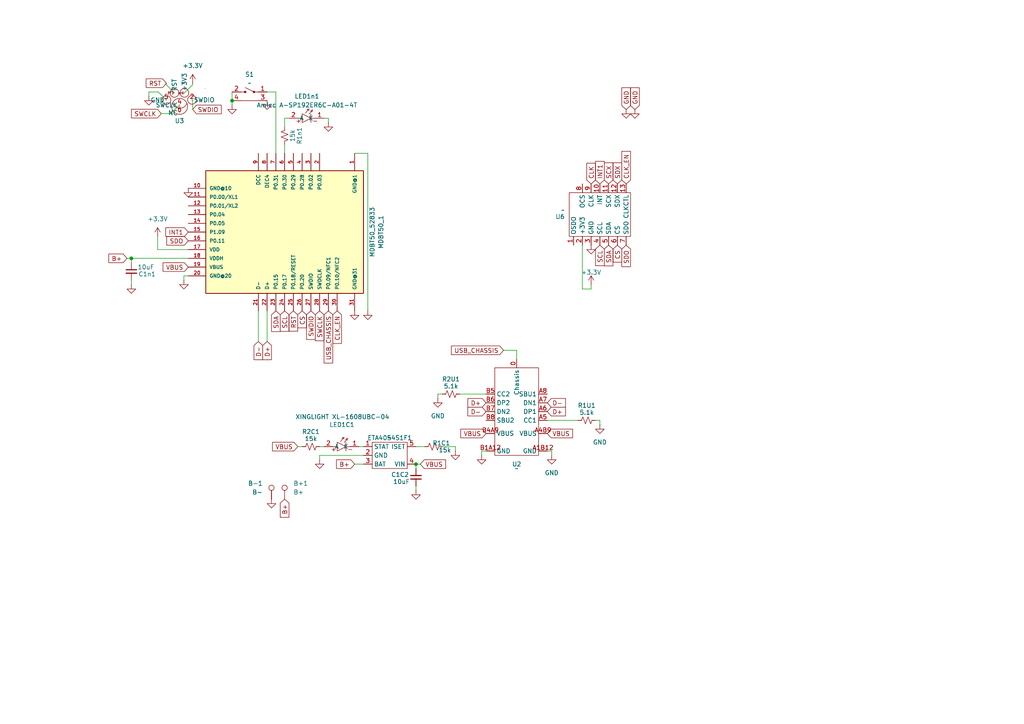
<source format=kicad_sch>
(kicad_sch (version 20231120) (generator "eeschema") (generator_version "8.0")
  (paper "A4")
  (title_block (title "MP.S.5.0") (date "2025-06-07") (rev "0") (company "Macroplastics"))
  (lib_symbols
    (symbol "Battery_management_custom_2:ETA4054S2F"
      (property "Reference" "U" (at 0 12.7 0))
      (symbol "ETA4054S2F_0_1"
        (rectangle (start -5.08 3.81) (end 5.08 -3.81))
      )
      (symbol "ETA4054S2F_1_1"
        (pin input line (at -7.62 2.54 0) (length 2.54) (name "STAT") (number "1"))
        (pin input line (at -7.62 0 0) (length 2.54) (name "GND") (number "2"))
        (pin input line (at -7.62 -2.54 0) (length 2.54) (name "BAT") (number "3"))
        (pin input line (at 7.62 -2.54 180) (length 2.54) (name "VIN") (number "4"))
        (pin input line (at 7.62 2.54 180) (length 2.54) (name "ISET") (number "5"))
      )
    )
    (symbol "Connector:TestPoint" (pin_numbers hide) (pin_names (offset 0.762) hide)
      (property "Reference" "TP" (at 0 6.858 0))
      (property "Value" "TestPoint" (at 0 5.08 0))
      (symbol "TestPoint_0_1"
        (circle (center 0 3.302) (radius 0.762))
      )
      (symbol "TestPoint_1_1"
        (pin passive line (at 0 0 90) (length 2.54) (name "1") (number "1"))
      )
    )
    (symbol "Device:C_Small" (pin_numbers hide) (pin_names (offset 0.254) hide)
      (property "Reference" "C" (at 0.254 1.778 0))
      (property "Value" "C_Small" (at 0.254 -2.032 0))
      (symbol "C_Small_0_1"
        (polyline (pts (xy -1.524 -0.508) (xy 1.524 -0.508)) (stroke (width 0.3302)))
        (polyline (pts (xy -1.524 0.508) (xy 1.524 0.508)) (stroke (width 0.3048)))
      )
      (symbol "C_Small_1_1"
        (pin passive line (at 0 2.54 270) (length 2.032) (name "~") (number "1"))
        (pin passive line (at 0 -2.54 90) (length 2.032) (name "~") (number "2"))
      )
    )
    (symbol "Device:R_Small_US" (pin_numbers hide) (pin_names (offset 0.254) hide)
      (property "Reference" "R" (at 0.762 0.508 0))
      (property "Value" "R_Small_US" (at 0.762 -1.016 0))
      (symbol "R_Small_US_1_1"
        (polyline (pts (xy 0 0) (xy 1.016 -0.381) (xy 0 -0.762) (xy -1.016 -1.143) (xy 0 -1.524)))
        (polyline (pts (xy 0 1.524) (xy 1.016 1.143) (xy 0 0.762) (xy -1.016 0.381) (xy 0 0)))
        (pin passive line (at 0 2.54 270) (length 1.016) (name "~") (number "1"))
        (pin passive line (at 0 -2.54 90) (length 1.016) (name "~") (number "2"))
      )
    )
    (symbol "LED_custom2:XINGLIGHT_XL-1608UBC-04"
      (property "Reference" "BAR" (at 0 4.572 0))
      (symbol "XINGLIGHT_XL-1608UBC-04_0_1"
        (polyline (pts (xy -2.54 0) (xy -1.27 0)))
        (polyline (pts (xy 2.54 0) (xy 1.27 0)))
        (polyline (pts (xy 1.27 1.27) (xy 1.27 -1.27) (xy 1.27 0)))
        (polyline (pts (xy -1.27 1.27) (xy -1.27 -1.27) (xy 1.27 0) (xy -1.27 1.27)))
        (polyline (pts (xy -0.2872 1.495) (xy 0.4103 2.3795) (xy 0.1487 2.529) (xy 0.7342 2.7283) (xy 0.647 2.23) (xy 0.3979 2.392)))
        (polyline (pts (xy 0.7467 1.1835) (xy 1.3945 1.9684) (xy 1.1827 2.1303) (xy 1.7807 2.4418) (xy 1.6188 1.8562) (xy 1.4195 1.9808)))
      )
      (symbol "XINGLIGHT_XL-1608UBC-04_1_1"
        (text "+\n" (at -2.286 -0.762 0) (effects (font (size 1.27 1.27))))
        (text "-" (at 2.54 -0.762 0) (effects (font (size 1.27 1.27))))
        (pin input line (at 5.08 0 180) (length 2.54) (name "K") (number "1"))
        (pin input line (at -5.08 0 0) (length 2.54) (name "A") (number "2"))
      )
    )
    (symbol "MDBT50_52833:MDBT50_52833" (pin_names (offset 1.016))
      (property "Reference" "MDBT50_52833" (at -17.78 24.13 0))
      (property "Value" "MDBT50_52833" (at 15.24 -25.4 0))
      (symbol "MDBT50_52833_0_0"
        (rectangle (start -17.78 -22.86) (end 17.78 22.86) (stroke (width 0.254)) (fill (type background)))
        (pin bidirectional line (at -22.86 20.32 0) (length 5.08) (name "GND@1") (number "1"))
        (pin bidirectional line (at -12.7 -27.94 90) (length 5.08) (name "GND@10") (number "10"))
        (pin bidirectional line (at -10.16 -27.94 90) (length 5.08) (name "P0.00/XL1") (number "11"))
        (pin bidirectional line (at -7.62 -27.94 90) (length 5.08) (name "P0.01/XL2") (number "12"))
        (pin bidirectional line (at -5.08 -27.94 90) (length 5.08) (name "P0.04") (number "13"))
        (pin bidirectional line (at -2.54 -27.94 90) (length 5.08) (name "P0.05") (number "14"))
        (pin bidirectional line (at 0 -27.94 90) (length 5.08) (name "P1.09") (number "15"))
        (pin bidirectional line (at 2.54 -27.94 90) (length 5.08) (name "P0.11") (number "16"))
        (pin bidirectional line (at 5.08 -27.94 90) (length 5.08) (name "VDD") (number "17"))
        (pin bidirectional line (at 7.62 -27.94 90) (length 5.08) (name "VDDH") (number "18"))
        (pin bidirectional line (at 10.16 -27.94 90) (length 5.08) (name "VBUS") (number "19"))
        (pin bidirectional line (at -22.86 10.16 0) (length 5.08) (name "P0.03") (number "2"))
        (pin bidirectional line (at 12.7 -27.94 90) (length 5.08) (name "GND@20") (number "20"))
        (pin bidirectional line (at 22.86 -7.62 180) (length 5.08) (name "D-") (number "21"))
        (pin bidirectional line (at 22.86 -5.08 180) (length 5.08) (name "D+") (number "22"))
        (pin bidirectional line (at 22.86 -2.54 180) (length 5.08) (name "P0.15") (number "23"))
        (pin bidirectional line (at 22.86 0 180) (length 5.08) (name "P0.17") (number "24"))
        (pin bidirectional line (at 22.86 2.54 180) (length 5.08) (name "P0.18/RESET") (number "25"))
        (pin bidirectional line (at 22.86 5.08 180) (length 5.08) (name "P0.20") (number "26"))
        (pin bidirectional line (at 22.86 7.62 180) (length 5.08) (name "SWDIO") (number "27"))
        (pin bidirectional line (at 22.86 10.16 180) (length 5.08) (name "SWDCLK") (number "28"))
        (pin bidirectional line (at 22.86 12.7 180) (length 5.08) (name "P0.09/NFC1") (number "29"))
        (pin bidirectional line (at -22.86 7.62 0) (length 5.08) (name "P0.02") (number "3"))
        (pin bidirectional line (at 22.86 15.24 180) (length 5.08) (name "P0.10/NFC2") (number "30"))
        (pin bidirectional line (at 22.86 20.32 180) (length 5.08) (name "GND@31") (number "31"))
        (pin bidirectional line (at -22.86 5.08 0) (length 5.08) (name "P0.28") (number "4"))
        (pin bidirectional line (at -22.86 2.54 0) (length 5.08) (name "P0.29") (number "5"))
        (pin bidirectional line (at -22.86 0 0) (length 5.08) (name "P0.30") (number "6"))
        (pin bidirectional line (at -22.86 -2.54 0) (length 5.08) (name "P0.31") (number "7"))
        (pin bidirectional line (at -22.86 -5.08 0) (length 5.08) (name "DEC4") (number "8"))
        (pin bidirectional line (at -22.86 -7.62 0) (length 5.08) (name "DCC") (number "9"))
      )
    )
    (symbol "PawConnect:PawConnect-RevA"
      (property "Reference" "U" (at 0 -4.064 0))
      (symbol "PawConnect-RevA_0_1"
        (circle (center -3.7886 1.4783) (radius 1.27))
        (arc (start -2.0182 0.6015) (mid 0.0165 -0.944) (end 2.1126 0.5172))
        (circle (center -1.4796 3.5348) (radius 1.27))
        (circle (center 0.0219 -0.3763) (radius 2.3107))
        (circle (center 1.4045 3.5521) (radius 1.27))
        (circle (center 3.6301 1.5288) (radius 1.27))
        (arc (start 7.4104 4.8048) (mid 7.4104 4.8048) (end 7.4104 4.8048))
      )
      (symbol "PawConnect-RevA_1_1"
        (pin input line (at 1.4204 3.5293 90) (length 0) (name "+3V3") (number "1"))
        (pin input line (at 3.6291 1.4892 0) (length 0) (name "SWDIO") (number "2"))
        (pin input line (at -1.4796 3.5348 90) (length 0) (name "RST") (number "3"))
        (pin input line (at 0.0041 0.0054 180) (length 0) (name "SWCLK") (number "4"))
        (pin input line (at -3.8223 1.4614 180) (length 0) (name "GND") (number "5"))
        (pin input line (at 0.0041 -2.2707 180) (length 0) (name "NC") (number "6"))
      )
    )
    (symbol "USB-C_custom:HCTL_HC-TYPE-C-16P-CB1.0"
      (property "Reference" "U" (at -0.762 23.368 0))
      (symbol "HCTL_HC-TYPE-C-16P-CB1.0_0_1"
        (rectangle (start -6.35 12.7) (end 6.35 -12.7))
      )
      (symbol "HCTL_HC-TYPE-C-16P-CB1.0_1_1"
        (pin input line (at 0 15.24 270) (length 2.54) (name "Chassis") (number "0"))
        (pin input line (at 8.89 -11.43 180) (length 2.54) (name "GND") (number "A1B12"))
        (pin input line (at 8.89 -6.35 180) (length 2.54) (name "VBUS") (number "A4B9"))
        (pin input line (at 8.89 -2.54 180) (length 2.54) (name "CC1") (number "A5"))
        (pin input line (at 8.89 0 180) (length 2.54) (name "DP1") (number "A6"))
        (pin input line (at 8.89 2.54 180) (length 2.54) (name "DN1") (number "A7"))
        (pin input line (at 8.89 5.08 180) (length 2.54) (name "SBU1") (number "A8"))
        (pin input line (at -8.89 -11.43 0) (length 2.54) (name "GND") (number "B1A12"))
        (pin input line (at -8.89 -6.35 0) (length 2.54) (name "VBUS") (number "B4A9"))
        (pin input line (at -8.89 5.08 0) (length 2.54) (name "CC2") (number "B5"))
        (pin input line (at -8.89 2.54 0) (length 2.54) (name "DP2") (number "B6"))
        (pin input line (at -8.89 0 0) (length 2.54) (name "DN2") (number "B7"))
        (pin input line (at -8.89 -2.54 0) (length 2.54) (name "SBU2") (number "B8"))
      )
    )
    (symbol "breakouts_custom:kouno-imu"
      (property "Reference" "U" (at -7.62 11.684 0))
      (symbol "kouno-imu_0_1"
        (rectangle (start -8.89 6.35) (end 8.89 -6.35))
      )
      (symbol "kouno-imu_1_1"
        (pin input line (at 7.62 8.89 270) (length 2.54) (name "OSDO") (number "1"))
        (pin input line (at 0 -8.89 90) (length 2.54) (name "INT") (number "10"))
        (pin input line (at -2.54 -8.89 90) (length 2.54) (name "SCX") (number "11"))
        (pin input line (at -5.08 -8.89 90) (length 2.54) (name "SDX") (number "12"))
        (pin input line (at -7.62 -8.89 90) (length 2.54) (name "CLKCTL") (number "13"))
        (pin input line (at 5.08 8.89 270) (length 2.54) (name "+3V3") (number "2"))
        (pin input line (at 2.54 8.89 270) (length 2.54) (name "GND") (number "3"))
        (pin input line (at 0 8.89 270) (length 2.54) (name "SCL") (number "4"))
        (pin input line (at -2.54 8.89 270) (length 2.54) (name "SDA") (number "5"))
        (pin input line (at -5.08 8.89 270) (length 2.54) (name "CS") (number "6"))
        (pin input line (at -7.62 8.89 270) (length 2.54) (name "SDO") (number "7"))
        (pin input line (at 5.08 -8.89 90) (length 2.54) (name "OCS") (number "8"))
        (pin input line (at 2.54 -8.89 90) (length 2.54) (name "CLK") (number "9"))
      )
    )
    (symbol "button_custom:GT-TC020B-H035-L05"
      (property "Reference" "S" (at 0 0 0))
      (symbol "GT-TC020B-H035-L05_0_1"
        (polyline (pts (xy -2.54 -1.27) (xy 2.54 -1.27)))
        (polyline (pts (xy -2.54 1.27) (xy -2.54 1.27)))
        (polyline (pts (xy -2.54 1.27) (xy -1.27 1.27)))
        (polyline (pts (xy -1.27 1.27) (xy 1.27 2.54)))
        (polyline (pts (xy 2.54 1.27) (xy 1.27 1.27)))
      )
      (symbol "GT-TC020B-H035-L05_1_1"
        (circle (center -1.27 1.27) (radius 0.2563) (fill (type outline)))
        (circle (center 1.27 1.27) (radius 0.2563) (fill (type outline)))
        (pin bidirectional line (at -5.08 1.27 0) (length 2.54) (name "") (number "1"))
        (pin bidirectional line (at 5.08 1.27 180) (length 2.54) (name "") (number "2"))
        (pin passive line (at -5.08 -1.27 0) (length 2.54) (name "") (number "3"))
        (pin passive line (at 5.08 -1.27 180) (length 2.54) (name "") (number "4"))
      )
    )
    (symbol "power:+3.3V" (power) (pin_numbers hide) (pin_names (offset 0) hide)
      (property "Value" "+3.3V" (at 0 3.556 0))
      (symbol "+3.3V_0_1"
        (polyline (pts (xy -0.762 1.27) (xy 0 2.54)))
        (polyline (pts (xy 0 0) (xy 0 2.54)))
        (polyline (pts (xy 0 2.54) (xy 0.762 1.27)))
      )
      (symbol "+3.3V_1_1"
        (pin power_in line (at 0 0 90) (length 0) (name "~") (number "1"))
      )
    )
    (symbol "power:GND" (power) (pin_numbers hide) (pin_names (offset 0) hide)
      (property "Value" "GND" (at 0 -3.81 0))
      (symbol "GND_0_1"
        (polyline (pts (xy 0 0) (xy 0 -1.27) (xy 1.27 -1.27) (xy 0 -2.54) (xy -1.27 -1.27) (xy 0 -1.27)))
      )
      (symbol "GND_1_1"
        (pin power_in line (at 0 0 270) (length 0) (name "~") (number "1"))
      )
    )
  )
  (junction (at 38.1 74.93))
  (junction (at 120.65 134.62))
  (junction (at 67.31 29.21))
  (wire (pts (xy 172.72 121.92) (xy 173.99 121.92)))
  (wire (pts (xy 120.65 134.62) (xy 121.92 134.62)))
  (wire (pts (xy 120.65 142.24) (xy 120.65 140.97)))
  (wire (pts (xy 120.65 129.54) (xy 123.19 129.54)))
  (wire (pts (xy 55.88 24.13) (xy 55.88 24.5611)))
  (wire (pts (xy 82.55 41.91) (xy 82.55 44.45)))
  (wire (pts (xy 158.75 130.81) (xy 160.02 130.81)))
  (wire (pts (xy 93.98 34.29) (xy 95.25 34.29)))
  (wire (pts (xy 104.14 129.54) (xy 105.41 129.54)))
  (wire (pts (xy 74.93 90.17) (xy 74.93 99.06)))
  (wire (pts (xy 45.72 72.39) (xy 54.61 72.39)))
  (wire (pts (xy 106.68 90.17) (xy 106.68 44.45)))
  (wire (pts (xy 127 114.3) (xy 128.27 114.3)))
  (wire (pts (xy 45.72 68.58) (xy 45.72 72.39)))
  (wire (pts (xy 173.99 121.92) (xy 173.99 123.19)))
  (wire (pts (xy 36.83 74.93) (xy 38.1 74.93)))
  (wire (pts (xy 43.18 26.67) (xy 43.18 27.94)))
  (wire (pts (xy 92.71 129.54) (xy 93.98 129.54)))
  (wire (pts (xy 95.25 34.29) (xy 95.25 35.56)))
  (wire (pts (xy 38.1 76.2) (xy 38.1 74.93)))
  (wire (pts (xy 55.88 24.5611) (xy 53.4904 26.9507)))
  (wire (pts (xy 149.86 101.6) (xy 149.86 104.14)))
  (wire (pts (xy 102.87 134.62) (xy 105.41 134.62)))
  (wire (pts (xy 80.01 26.67) (xy 80.01 44.45)))
  (wire (pts (xy 160.02 130.81) (xy 160.02 132.08)))
  (wire (pts (xy 38.1 74.93) (xy 54.61 74.93)))
  (wire (pts (xy 168.91 83.82) (xy 168.91 71.12)))
  (wire (pts (xy 77.47 90.17) (xy 77.47 99.06)))
  (wire (pts (xy 171.45 83.82) (xy 171.45 82.55)))
  (wire (pts (xy 132.08 129.54) (xy 132.08 130.81)))
  (wire (pts (xy 53.34 80.01) (xy 53.34 81.28)))
  (wire (pts (xy 48.26 24.6148) (xy 50.5904 26.9452)))
  (wire (pts (xy 38.1 82.55) (xy 38.1 81.28)))
  (wire (pts (xy 55.88 31.75) (xy 55.88 29.1717)))
  (wire (pts (xy 46.7874 32.9506) (xy 49.3261 32.9506)))
  (wire (pts (xy 53.34 80.01) (xy 54.61 80.01)))
  (wire (pts (xy 146.05 101.6) (xy 149.86 101.6)))
  (wire (pts (xy 92.71 132.08) (xy 105.41 132.08)))
  (wire (pts (xy 82.55 34.29) (xy 82.55 36.83)))
  (wire (pts (xy 139.7 130.81) (xy 139.7 132.08)))
  (wire (pts (xy 49.3261 32.9506) (xy 52.0741 30.4746)))
  (wire (pts (xy 82.55 34.29) (xy 83.82 34.29)))
  (wire (pts (xy 67.31 26.67) (xy 67.31 29.21)))
  (wire (pts (xy 128.27 129.54) (xy 132.08 129.54)))
  (wire (pts (xy 87.63 129.54) (xy 86.36 129.54)))
  (wire (pts (xy 106.68 44.45) (xy 102.87 44.45)))
  (wire (pts (xy 45.8991 26.67) (xy 48.2477 29.0186)))
  (wire (pts (xy 92.71 132.08) (xy 92.71 133.35)))
  (wire (pts (xy 120.65 135.89) (xy 120.65 134.62)))
  (wire (pts (xy 168.91 83.82) (xy 171.45 83.82)))
  (wire (pts (xy 133.35 114.3) (xy 140.97 114.3)))
  (wire (pts (xy 67.31 29.21) (xy 67.31 30.48)))
  (wire (pts (xy 127 114.3) (xy 127 115.57)))
  (wire (pts (xy 55.88 29.1717) (xy 55.6991 28.9908)))
  (wire (pts (xy 139.7 130.81) (xy 140.97 130.81)))
  (wire (pts (xy 77.47 26.67) (xy 80.01 26.67)))
  (wire (pts (xy 48.26 24.13) (xy 48.26 24.6148)))
  (wire (pts (xy 43.18 26.67) (xy 45.8991 26.67)))
  (wire (pts (xy 158.75 121.92) (xy 167.64 121.92)))
  (global_label "VBUS" (shape input) (at 121.92 134.62 0) (property "Intersheetrefs" "${INTERSHEET_REFS}" (effects (hide yes))))
  (global_label "CS" (shape input) (at 87.63 90.17 270) (property "Intersheetrefs" "${INTERSHEET_REFS}" (effects (hide yes))))
  (global_label "RST" (shape input) (at 48.26 24.13 180) (property "Intersheetrefs" "${INTERSHEET_REFS}" (effects (hide yes))))
  (global_label "SWDIO" (shape input) (at 90.17 90.17 270) (property "Intersheetrefs" "${INTERSHEET_REFS}" (effects (hide yes))))
  (global_label "SCL" (shape input) (at 82.55 90.17 270) (property "Intersheetrefs" "${INTERSHEET_REFS}" (effects (hide yes))))
  (global_label "USB_CHASSIS" (shape input) (at 95.25 90.17 270) (property "Intersheetrefs" "${INTERSHEET_REFS}" (effects (hide yes))))
  (global_label "SCL" (shape input) (at 173.99 71.12 270) (property "Intersheetrefs" "${INTERSHEET_REFS}" (effects (hide yes))))
  (global_label "B+" (shape input) (at 102.87 134.62 180) (property "Intersheetrefs" "${INTERSHEET_REFS}" (effects (hide yes))))
  (global_label "CLK_EN" (shape input) (at 97.79 90.17 270) (property "Intersheetrefs" "${INTERSHEET_REFS}" (effects (hide yes))))
  (global_label "SDA" (shape input) (at 80.01 90.17 270) (property "Intersheetrefs" "${INTERSHEET_REFS}" (effects (hide yes))))
  (global_label "B+" (shape input) (at 36.83 74.93 180) (property "Intersheetrefs" "${INTERSHEET_REFS}" (effects (hide yes))))
  (global_label "SDA" (shape input) (at 176.53 71.12 270) (property "Intersheetrefs" "${INTERSHEET_REFS}" (effects (hide yes))))
  (global_label "CLK_EN" (shape input) (at 181.61 53.34 90) (property "Intersheetrefs" "${INTERSHEET_REFS}" (effects (hide yes))))
  (global_label "SWCLK" (shape input) (at 92.71 90.17 270) (property "Intersheetrefs" "${INTERSHEET_REFS}" (effects (hide yes))))
  (global_label "VBUS" (shape input) (at 54.61 77.47 180) (property "Intersheetrefs" "${INTERSHEET_REFS}" (effects (hide yes))))
  (global_label "D+" (shape input) (at 140.97 116.84 180) (property "Intersheetrefs" "${INTERSHEET_REFS}" (effects (hide yes))))
  (global_label "SDO" (shape input) (at 54.61 69.85 180) (property "Intersheetrefs" "${INTERSHEET_REFS}" (effects (hide yes))))
  (global_label "SWDIO" (shape input) (at 55.88 31.75 0) (property "Intersheetrefs" "${INTERSHEET_REFS}" (effects (hide yes))))
  (global_label "INT1" (shape input) (at 54.61 67.31 180) (property "Intersheetrefs" "${INTERSHEET_REFS}" (effects (hide yes))))
  (global_label "GND" (shape input) (at 184.15 31.75 90) (property "Intersheetrefs" "${INTERSHEET_REFS}" (effects (hide yes))))
  (global_label "B+" (shape input) (at 82.55 144.78 270) (property "Intersheetrefs" "${INTERSHEET_REFS}" (effects (hide yes))))
  (global_label "VBUS" (shape input) (at 140.97 125.73 180) (property "Intersheetrefs" "${INTERSHEET_REFS}" (effects (hide yes))))
  (global_label "CS" (shape input) (at 179.07 71.12 270) (property "Intersheetrefs" "${INTERSHEET_REFS}" (effects (hide yes))))
  (global_label "D+" (shape input) (at 158.75 119.38 0) (property "Intersheetrefs" "${INTERSHEET_REFS}" (effects (hide yes))))
  (global_label "SDX" (shape input) (at 179.07 53.34 90) (property "Intersheetrefs" "${INTERSHEET_REFS}" (effects (hide yes))))
  (global_label "D+" (shape input) (at 77.47 99.06 270) (property "Intersheetrefs" "${INTERSHEET_REFS}" (effects (hide yes))))
  (global_label "VBUS" (shape input) (at 86.36 129.54 180) (property "Intersheetrefs" "${INTERSHEET_REFS}" (effects (hide yes))))
  (global_label "VBUS" (shape input) (at 158.75 125.73 0) (property "Intersheetrefs" "${INTERSHEET_REFS}" (effects (hide yes))))
  (global_label "USB_CHASSIS" (shape input) (at 146.05 101.6 180) (property "Intersheetrefs" "${INTERSHEET_REFS}" (effects (hide yes))))
  (global_label "INT1" (shape input) (at 173.99 53.34 90) (property "Intersheetrefs" "${INTERSHEET_REFS}" (effects (hide yes))))
  (global_label "CLK" (shape input) (at 171.45 53.34 90) (property "Intersheetrefs" "${INTERSHEET_REFS}" (effects (hide yes))))
  (global_label "GND" (shape input) (at 181.61 31.75 90) (property "Intersheetrefs" "${INTERSHEET_REFS}" (effects (hide yes))))
  (global_label "SWCLK" (shape input) (at 46.7874 32.9506 180) (property "Intersheetrefs" "${INTERSHEET_REFS}" (effects (hide yes))))
  (global_label "D-" (shape input) (at 158.75 116.84 0) (property "Intersheetrefs" "${INTERSHEET_REFS}" (effects (hide yes))))
  (global_label "RST" (shape input) (at 85.09 90.17 270) (property "Intersheetrefs" "${INTERSHEET_REFS}" (effects (hide yes))))
  (global_label "SCX" (shape input) (at 176.53 53.34 90) (property "Intersheetrefs" "${INTERSHEET_REFS}" (effects (hide yes))))
  (global_label "D-" (shape input) (at 140.97 119.38 180) (property "Intersheetrefs" "${INTERSHEET_REFS}" (effects (hide yes))))
  (global_label "D-" (shape input) (at 74.93 99.06 270) (property "Intersheetrefs" "${INTERSHEET_REFS}" (effects (hide yes))))
  (global_label "SDO" (shape input) (at 181.61 71.12 270) (property "Intersheetrefs" "${INTERSHEET_REFS}" (effects (hide yes))))
  (symbol (lib_id "power:GND") (at 127 115.57 0) (unit 1)
    (property "Reference" "#PWR032" (effects (hide yes)))
    (property "Value" "GND" (at 127 120.65 0))
    (property "Description" "Power symbol creates a global label with name \"GND\" , ground" (effects (hide yes)))
  )
  (symbol (lib_id "power:GND") (at 106.68 90.17 0) (unit 1)
    (property "Reference" "#PWR08" (effects (hide yes)))
    (property "Value" "GND" (effects (hide yes)))
    (property "Description" "Power symbol creates a global label with name \"GND\" , ground" (effects (hide yes)))
  )
  (symbol (lib_id "Connector:TestPoint") (at 78.74 144.78 0) (mirror y) (unit 1)
    (property "Reference" "B-1" (at 76.2 140.2079 0) (effects (justify left)))
    (property "Value" "B-" (at 76.2 142.7479 0) (effects (justify left)))
    (property "Footprint" "justPads_custom:2_3-1.5_2.5_1_1" (effects (hide yes)))
    (property "Description" "test point" (effects (hide yes)))
  )
  (symbol (lib_id "power:GND") (at 67.31 30.48 0) (unit 1)
    (property "Reference" "#PWR014" (effects (hide yes)))
    (property "Value" "GND" (effects (hide yes)))
    (property "Description" "Power symbol creates a global label with name \"GND\" , ground" (effects (hide yes)))
  )
  (symbol (lib_id "power:GND") (at 54.61 54.61 0) (unit 1)
    (property "Reference" "#PWR06" (effects (hide yes)))
    (property "Value" "GND" (effects (hide yes)))
    (property "Description" "Power symbol creates a global label with name \"GND\" , ground" (effects (hide yes)))
  )
  (symbol (lib_id "power:GND") (at 95.25 35.56 0) (unit 1)
    (property "Reference" "#PWR031" (effects (hide yes)))
    (property "Value" "GND" (effects (hide yes)))
    (property "Description" "Power symbol creates a global label with name \"GND\" , ground" (effects (hide yes)))
  )
  (symbol (lib_id "power:GND") (at 160.02 132.08 0) (unit 1)
    (property "Reference" "#PWR02" (effects (hide yes)))
    (property "Value" "GND" (at 160.02 137.16 0))
    (property "Description" "Power symbol creates a global label with name \"GND\" , ground" (effects (hide yes)))
  )
  (symbol (lib_id "LED_custom2:XINGLIGHT_XL-1608UBC-04") (at 99.06 129.54 0) (unit 1)
    (property "Reference" "LED1C1" (at 99.187 123.19 0))
    (property "Value" "XINGLIGHT XL-1608UBC-04" (at 99.314 120.904 0))
    (property "Footprint" "LED_custom:XINGLIGHT XL-1608UBC-04" (effects (hide yes)))
  )
  (symbol (lib_id "power:GND") (at 184.15 31.75 0) (mirror y) (unit 1)
    (property "Reference" "#PWR030" (effects (hide yes)))
    (property "Value" "GND" (effects (hide yes)))
    (property "Description" "Power symbol creates a global label with name \"GND\" , ground" (effects (hide yes)))
  )
  (symbol (lib_id "power:+3.3V") (at 55.88 24.13 0) (unit 1)
    (property "Reference" "#PWR017" (effects (hide yes)))
    (property "Value" "+3.3V" (at 55.88 19.05 0))
    (property "Description" "Power symbol creates a global label with name \"+3.3V\"" (effects (hide yes)))
  )
  (symbol (lib_id "power:+3.3V") (at 45.72 68.58 0) (unit 1)
    (property "Reference" "#PWR016" (effects (hide yes)))
    (property "Value" "+3.3V" (at 45.72 63.5 0))
    (property "Description" "Power symbol creates a global label with name \"+3.3V\"" (effects (hide yes)))
  )
  (symbol (lib_id "USB-C_custom:HCTL_HC-TYPE-C-16P-CB1.0") (at 149.86 119.38 0) (unit 1)
    (property "Reference" "U2" (at 149.86 134.62 0))
    (property "Value" "~" (at 149.86 135.89 0))
    (property "Footprint" "USB-C_Custom:HCTL HC-TYPE-C-16P-CB1.0" (effects (hide yes)))
  )
  (symbol (lib_id "MDBT50_52833:MDBT50_52833") (at 82.55 67.31 270) (unit 1)
    (property "Reference" "MDBT50_1" (at 110.49 67.31 0))
    (property "Value" "MDBT50_52833" (at 107.95 67.31 0))
    (property "Footprint" "MDBT50 footprint:MDBT50" (effects (hide yes)))
  )
  (symbol (lib_id "breakouts_custom:kouno-imu") (at 173.99 62.23 180) (unit 1)
    (property "Reference" "U6" (at 163.83 62.8651 0) (effects (justify left)))
    (property "Value" "~" (at 163.83 60.96 0) (effects (justify left)))
    (property "Footprint" "breakout_custom:kounolab-imu" (effects (hide yes)))
  )
  (symbol (lib_id "power:GND") (at 92.71 133.35 0) (unit 1)
    (property "Reference" "#PWR03" (effects (hide yes)))
    (property "Value" "GND" (effects (hide yes)))
    (property "Description" "Power symbol creates a global label with name \"GND\" , ground" (effects (hide yes)))
  )
  (symbol (lib_id "power:+3.3V") (at 171.45 82.55 0) (unit 1)
    (property "Reference" "#PWR015" (effects (hide yes)))
    (property "Value" "+3.3V" (at 171.45 78.994 0))
    (property "Description" "Power symbol creates a global label with name \"+3.3V\"" (effects (hide yes)))
  )
  (symbol (lib_id "power:GND") (at 78.74 144.78 0) (unit 1)
    (property "Reference" "#PWR018" (effects (hide yes)))
    (property "Value" "GND" (effects (hide yes)))
    (property "Description" "Power symbol creates a global label with name \"GND\" , ground" (effects (hide yes)))
  )
  (symbol (lib_id "power:GND") (at 171.45 71.12 0) (mirror y) (unit 1)
    (property "Reference" "#PWR010" (effects (hide yes)))
    (property "Value" "GND" (effects (hide yes)))
    (property "Description" "Power symbol creates a global label with name \"GND\" , ground" (effects (hide yes)))
  )
  (symbol (lib_id "Battery_management_custom_2:ETA4054S2F") (at 113.03 132.08 0) (unit 1)
    (property "Reference" "ETA4054S1F1" (at 113.03 127 0))
    (property "Value" "~" (at 113.03 127 0))
    (property "Footprint" "battery_management_custom:ETA4054S2F" (effects (hide yes)))
  )
  (symbol (lib_id "Device:R_Small_US") (at 125.73 129.54 90) (unit 1)
    (property "Reference" "R1C1" (at 128.016 128.524 90))
    (property "Value" "15k" (at 129.032 130.556 90))
    (property "Footprint" "passive_custom:R_0402_JLC" (effects (hide yes)))
    (property "Description" "Resistor, small US symbol" (effects (hide yes)))
  )
  (symbol (lib_id "Device:C_Small") (at 120.65 138.43 180) (unit 1)
    (property "Reference" "C1C2" (at 118.618 137.668 0) (effects (justify left)))
    (property "Value" "10uF" (at 118.872 139.7 0) (effects (justify left)))
    (property "Footprint" "passive_custom:C_0402_JLC" (effects (hide yes)))
    (property "Description" "Unpolarized capacitor, small symbol" (effects (hide yes)))
  )
  (symbol (lib_id "power:GND") (at 43.18 27.94 0) (unit 1)
    (property "Reference" "#PWR09" (effects (hide yes)))
    (property "Value" "GND" (effects (hide yes)))
    (property "Description" "Power symbol creates a global label with name \"GND\" , ground" (effects (hide yes)))
  )
  (symbol (lib_id "power:GND") (at 120.65 142.24 0) (unit 1)
    (property "Reference" "#PWR028" (effects (hide yes)))
    (property "Value" "GND" (effects (hide yes)))
    (property "Description" "Power symbol creates a global label with name \"GND\" , ground" (effects (hide yes)))
  )
  (symbol (lib_id "power:GND") (at 132.08 130.81 0) (unit 1)
    (property "Reference" "#PWR04" (effects (hide yes)))
    (property "Value" "GND" (effects (hide yes)))
    (property "Description" "Power symbol creates a global label with name \"GND\" , ground" (effects (hide yes)))
  )
  (symbol (lib_id "power:GND") (at 38.1 82.55 0) (unit 1)
    (property "Reference" "#PWR012" (effects (hide yes)))
    (property "Value" "GND" (effects (hide yes)))
    (property "Description" "Power symbol creates a global label with name \"GND\" , ground" (effects (hide yes)))
  )
  (symbol (lib_id "power:GND") (at 102.87 90.17 0) (unit 1)
    (property "Reference" "#PWR07" (effects (hide yes)))
    (property "Value" "GND" (effects (hide yes)))
    (property "Description" "Power symbol creates a global label with name \"GND\" , ground" (effects (hide yes)))
  )
  (symbol (lib_id "power:GND") (at 53.34 81.28 0) (unit 1)
    (property "Reference" "#PWR011" (effects (hide yes)))
    (property "Value" "GND" (effects (hide yes)))
    (property "Description" "Power symbol creates a global label with name \"GND\" , ground" (effects (hide yes)))
  )
  (symbol (lib_id "power:GND") (at 77.47 29.21 0) (unit 1)
    (property "Reference" "#PWR013" (effects (hide yes)))
    (property "Value" "GND" (effects (hide yes)))
    (property "Description" "Power symbol creates a global label with name \"GND\" , ground" (effects (hide yes)))
  )
  (symbol (lib_id "Device:R_Small_US") (at 130.81 114.3 90) (unit 1)
    (property "Reference" "R2U1" (at 130.81 109.982 90))
    (property "Value" "5.1k" (at 130.81 112.014 90))
    (property "Footprint" "passive_custom:R_0402_JLC" (effects (hide yes)))
    (property "Description" "Resistor, small US symbol" (effects (hide yes)))
  )
  (symbol (lib_id "power:GND") (at 181.61 31.75 0) (mirror y) (unit 1)
    (property "Reference" "#PWR029" (effects (hide yes)))
    (property "Value" "GND" (effects (hide yes)))
    (property "Description" "Power symbol creates a global label with name \"GND\" , ground" (effects (hide yes)))
  )
  (symbol (lib_id "Device:R_Small_US") (at 170.18 121.92 90) (unit 1)
    (property "Reference" "R1U1" (at 170.18 117.602 90))
    (property "Value" "5.1k" (at 170.18 119.634 90))
    (property "Footprint" "passive_custom:R_0402_JLC" (effects (hide yes)))
    (property "Description" "Resistor, small US symbol" (effects (hide yes)))
  )
  (symbol (lib_id "Device:R_Small_US") (at 82.55 39.37 0) (mirror x) (unit 1)
    (property "Reference" "R1n1" (at 86.868 39.37 90))
    (property "Value" "15k" (at 84.836 39.37 90))
    (property "Footprint" "passive_custom:R_0402_JLC" (effects (hide yes)))
    (property "Description" "Resistor, small US symbol" (effects (hide yes)))
  )
  (symbol (lib_id "Connector:TestPoint") (at 82.55 144.78 0) (unit 1)
    (property "Reference" "B+1" (at 85.09 140.2079 0) (effects (justify left)))
    (property "Value" "B+" (at 85.09 142.7479 0) (effects (justify left)))
    (property "Footprint" "justPads_custom:2_3-1.5_2.5_1_1" (effects (hide yes)))
    (property "Description" "test point" (effects (hide yes)))
  )
  (symbol (lib_id "Device:R_Small_US") (at 90.17 129.54 90) (unit 1)
    (property "Reference" "R2C1" (at 90.17 125.222 90))
    (property "Value" "15k" (at 90.17 127.254 90))
    (property "Footprint" "passive_custom:R_0402_JLC" (effects (hide yes)))
    (property "Description" "Resistor, small US symbol" (effects (hide yes)))
  )
  (symbol (lib_id "Device:C_Small") (at 38.1 78.74 0) (unit 1)
    (property "Reference" "C1n1" (at 40.132 79.502 0) (effects (justify left)))
    (property "Value" "10uF" (at 39.878 77.47 0) (effects (justify left)))
    (property "Footprint" "passive_custom:C_0402_JLC" (effects (hide yes)))
    (property "Description" "Unpolarized capacitor, small symbol" (effects (hide yes)))
  )
  (symbol (lib_id "button_custom:GT-TC020B-H035-L05") (at 72.39 27.94 0) (mirror y) (unit 1)
    (property "Reference" "S1" (at 72.39 21.59 0))
    (property "Value" "~" (at 72.39 24.13 0))
    (property "Footprint" "buttons_custom:GT-TC020B-H035-L05" (effects (hide yes)))
  )
  (symbol (lib_id "power:GND") (at 139.7 132.08 0) (unit 1)
    (property "Reference" "#PWR01" (effects (hide yes)))
    (property "Value" "GND" (effects (hide yes)))
    (property "Description" "Power symbol creates a global label with name \"GND\" , ground" (effects (hide yes)))
  )
  (symbol (lib_id "LED_custom2:XINGLIGHT_XL-1608UBC-04") (at 88.9 34.29 0) (unit 1)
    (property "Reference" "LED1n1" (at 89.027 27.94 0))
    (property "Value" "Amicc A-SP192ER6C-A01-4T" (at 89.027 30.48 0))
    (property "Footprint" "LED_custom:XINGLIGHT XL-1608UBC-04" (effects (hide yes)))
  )
  (symbol (lib_id "PawConnect:PawConnect-RevA") (at 52.07 30.48 0) (unit 1)
    (property "Reference" "U3" (at 52.07 35.052 0))
    (property "Value" "~" (at 53.2459 24.13 0))
    (property "Footprint" "MDBT50 footprint:Paw-Connect_RevA_TC2030-IDC-NL_2x03_P1.27mm_Vertical" (effects (hide yes)))
  )
  (symbol (lib_id "power:GND") (at 173.99 123.19 0) (unit 1)
    (property "Reference" "#PWR05" (effects (hide yes)))
    (property "Value" "GND" (at 173.99 128.27 0))
    (property "Description" "Power symbol creates a global label with name \"GND\" , ground" (effects (hide yes)))
  )
)
</source>
